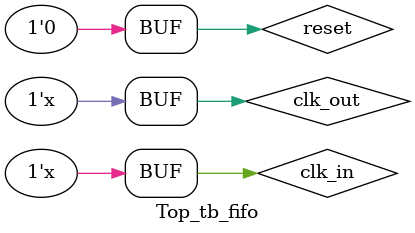
<source format=v>
`timescale 1ns / 1ps
module Top_tb_fifo;

   reg         reset;
   reg         clk_in;
   reg [7:0]   in_data;
   reg         in_enable;
   wire        in_full;

   reg         clk_out;
   reg         out_enable;
   wire        out_empty;
   wire [7:0]  out_data;

   fifo
     #( .DATA_WIDTH(8),
        .FIFO_POWER(4) )
   FIFO1
     ( .reset(reset),
       .clk_in(clk_in),
       .data_in(in_data),
       .enable_in(in_enable),
       .full_in(in_full),
       .clk_out(clk_out),
       .data_out(out_data),
       .enable_out(out_enable),
       .empty_out(out_empty) );

   initial begin
      reset = 1;
      clk_in = 0;
      clk_out = 0;
      in_data = 8'h35;
      in_enable = 0;
      out_enable = 0;
      #50 reset = 0;
   end

   always begin
      #9 clk_in = ~clk_in;
   end

   always begin
      #10 clk_out = ~clk_out;
   end

   reg [2:0] in_state;
   parameter [2:0]
     waitfor_notfull = 3'b000,
     enable_setto1   = 3'b001;

   always @(posedge clk_in) begin
      if (reset) begin
         in_state <= waitfor_notfull;
      end else begin
         (* FULL_CASE, PARALLEL_CASE *)
         case (in_state)
           waitfor_notfull : begin
              if (in_full == 0) begin
                 in_state <= enable_setto1;
                 in_enable <= 1;
              end
           end
           enable_setto1 : begin
              in_data <= in_data + 1;
              if (in_full == 1) begin
                 in_enable <= 0;
                 in_state <= waitfor_notfull;
              end
           end
         endcase
      end
   end

   reg [7:0] out_data_retrieved;
   reg [2:0] out_state;
   reg       verify_failed;
   parameter [2:0]
     waitfor_notempty = 3'b000,
     renable_setto1   = 3'b001;

   wire [7:0] out_data_retrplusone = out_data_retrieved + 8'd1;

   always @(posedge clk_out) begin
      if (reset) begin
         out_state <= waitfor_notempty;
         out_data_retrieved <= 8'h34;
         verify_failed <= 0;
      end else begin
         (* FULL_CASE, PARALLEL_CASE *)
         case (out_state)
           waitfor_notempty : begin
              if (out_empty == 0) begin
                 out_state <= renable_setto1;
                 out_enable <= 1;
              end
           end
           renable_setto1 : begin
              out_data_retrieved <= out_data;
              if (out_data != out_data_retrplusone) begin
                 verify_failed <= 1;
              end
              if (out_empty == 1) begin
                 out_state <= waitfor_notempty;
                 out_enable <= 0;
              end
           end
         endcase
      end
   end

endmodule

</source>
